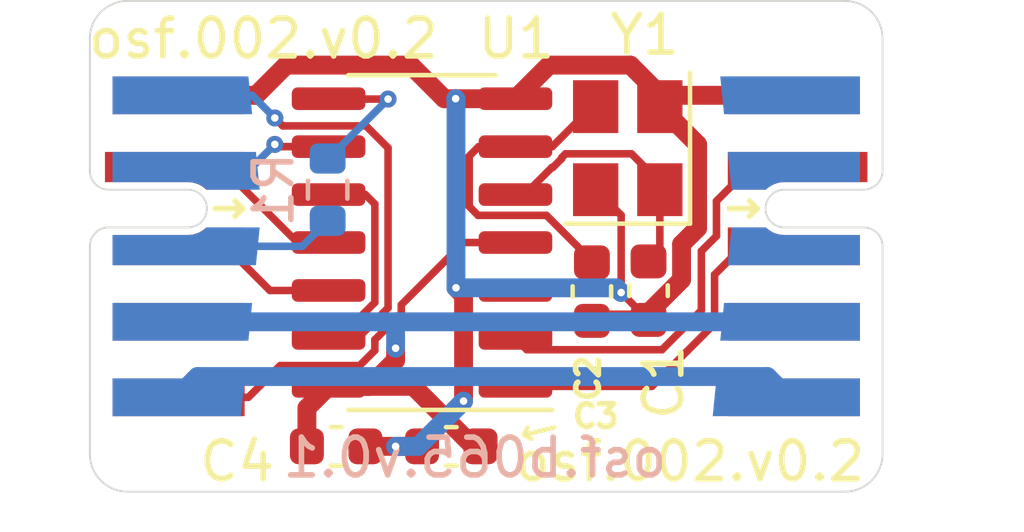
<source format=kicad_pcb>
(kicad_pcb (version 20171130) (host pcbnew "(5.1.10)-1")

  (general
    (thickness 1.6)
    (drawings 18)
    (tracks 127)
    (zones 0)
    (modules 9)
    (nets 16)
  )

  (page A4)
  (layers
    (0 F.Cu signal)
    (31 B.Cu signal)
    (32 B.Adhes user)
    (33 F.Adhes user)
    (34 B.Paste user)
    (35 F.Paste user)
    (36 B.SilkS user)
    (37 F.SilkS user)
    (38 B.Mask user)
    (39 F.Mask user)
    (40 Dwgs.User user)
    (41 Cmts.User user)
    (42 Eco1.User user)
    (43 Eco2.User user)
    (44 Edge.Cuts user)
    (45 Margin user)
    (46 B.CrtYd user)
    (47 F.CrtYd user)
    (48 B.Fab user)
    (49 F.Fab user)
  )

  (setup
    (last_trace_width 0.15)
    (user_trace_width 0.2)
    (user_trace_width 0.5)
    (trace_clearance 0.15)
    (zone_clearance 0.4)
    (zone_45_only no)
    (trace_min 0.15)
    (via_size 0.45)
    (via_drill 0.2)
    (via_min_size 0.45)
    (via_min_drill 0.2)
    (uvia_size 0.3)
    (uvia_drill 0.1)
    (uvias_allowed no)
    (uvia_min_size 0.2)
    (uvia_min_drill 0.1)
    (edge_width 0.05)
    (segment_width 0.2)
    (pcb_text_width 0.3)
    (pcb_text_size 1.5 1.5)
    (mod_edge_width 0.12)
    (mod_text_size 1 1)
    (mod_text_width 0.15)
    (pad_size 1.524 1.524)
    (pad_drill 0.762)
    (pad_to_mask_clearance 0.04)
    (solder_mask_min_width 0.1)
    (aux_axis_origin 0 0)
    (visible_elements 7FFFFFFF)
    (pcbplotparams
      (layerselection 0x010fc_ffffffff)
      (usegerberextensions false)
      (usegerberattributes false)
      (usegerberadvancedattributes false)
      (creategerberjobfile false)
      (excludeedgelayer true)
      (linewidth 0.100000)
      (plotframeref false)
      (viasonmask false)
      (mode 1)
      (useauxorigin false)
      (hpglpennumber 1)
      (hpglpenspeed 20)
      (hpglpendiameter 15.000000)
      (psnegative false)
      (psa4output false)
      (plotreference true)
      (plotvalue true)
      (plotinvisibletext false)
      (padsonsilk false)
      (subtractmaskfromsilk false)
      (outputformat 1)
      (mirror false)
      (drillshape 0)
      (scaleselection 1)
      (outputdirectory "gerber"))
  )

  (net 0 "")
  (net 1 GND)
  (net 2 "Net-(C1-Pad1)")
  (net 3 "Net-(C2-Pad1)")
  (net 4 +3V3)
  (net 5 /controller/CS)
  (net 6 /controller/MISO)
  (net 7 /controller/MOSI)
  (net 8 /controller/CLK)
  (net 9 /controller/INT0)
  (net 10 "Net-(R1-Pad1)")
  (net 11 /controller/INT)
  (net 12 /controller/CAN_TX)
  (net 13 /controller/CAN_RX)
  (net 14 /controller/INT1)
  (net 15 +5V)

  (net_class Default "This is the default net class."
    (clearance 0.15)
    (trace_width 0.15)
    (via_dia 0.45)
    (via_drill 0.2)
    (uvia_dia 0.3)
    (uvia_drill 0.1)
    (add_net +3V3)
    (add_net +5V)
    (add_net /controller/CAN_RX)
    (add_net /controller/CAN_TX)
    (add_net /controller/CLK)
    (add_net /controller/CS)
    (add_net /controller/INT)
    (add_net /controller/INT0)
    (add_net /controller/INT1)
    (add_net /controller/MISO)
    (add_net /controller/MOSI)
    (add_net GND)
    (add_net "Net-(C1-Pad1)")
    (add_net "Net-(C2-Pad1)")
    (add_net "Net-(R1-Pad1)")
  )

  (module Capacitor_SMD:C_0603_1608Metric (layer F.Cu) (tedit 5F68FEEE) (tstamp 617F0206)
    (at 83.525 85.8)
    (descr "Capacitor SMD 0603 (1608 Metric), square (rectangular) end terminal, IPC_7351 nominal, (Body size source: IPC-SM-782 page 76, https://www.pcb-3d.com/wordpress/wp-content/uploads/ipc-sm-782a_amendment_1_and_2.pdf), generated with kicad-footprint-generator")
    (tags capacitor)
    (path /61806B1A)
    (attr smd)
    (fp_text reference C4 (at -2.625 0.4) (layer F.SilkS)
      (effects (font (size 1 1) (thickness 0.15)))
    )
    (fp_text value 100nF (at 0 1.43) (layer F.Fab)
      (effects (font (size 1 1) (thickness 0.15)))
    )
    (fp_line (start 1.48 0.73) (end -1.48 0.73) (layer F.CrtYd) (width 0.05))
    (fp_line (start 1.48 -0.73) (end 1.48 0.73) (layer F.CrtYd) (width 0.05))
    (fp_line (start -1.48 -0.73) (end 1.48 -0.73) (layer F.CrtYd) (width 0.05))
    (fp_line (start -1.48 0.73) (end -1.48 -0.73) (layer F.CrtYd) (width 0.05))
    (fp_line (start -0.14058 0.51) (end 0.14058 0.51) (layer F.SilkS) (width 0.12))
    (fp_line (start -0.14058 -0.51) (end 0.14058 -0.51) (layer F.SilkS) (width 0.12))
    (fp_line (start 0.8 0.4) (end -0.8 0.4) (layer F.Fab) (width 0.1))
    (fp_line (start 0.8 -0.4) (end 0.8 0.4) (layer F.Fab) (width 0.1))
    (fp_line (start -0.8 -0.4) (end 0.8 -0.4) (layer F.Fab) (width 0.1))
    (fp_line (start -0.8 0.4) (end -0.8 -0.4) (layer F.Fab) (width 0.1))
    (fp_text user %R (at 0 0) (layer F.Fab)
      (effects (font (size 0.4 0.4) (thickness 0.06)))
    )
    (pad 2 smd roundrect (at 0.775 0) (size 0.9 0.95) (layers F.Cu F.Paste F.Mask) (roundrect_rratio 0.25)
      (net 1 GND))
    (pad 1 smd roundrect (at -0.775 0) (size 0.9 0.95) (layers F.Cu F.Paste F.Mask) (roundrect_rratio 0.25)
      (net 4 +3V3))
    (model ${KISYS3DMOD}/Capacitor_SMD.3dshapes/C_0603_1608Metric.wrl
      (at (xyz 0 0 0))
      (scale (xyz 1 1 1))
      (rotate (xyz 0 0 0))
    )
  )

  (module Capacitor_SMD:C_0603_1608Metric (layer F.Cu) (tedit 5F68FEEE) (tstamp 617F01F5)
    (at 86.575 85.8 180)
    (descr "Capacitor SMD 0603 (1608 Metric), square (rectangular) end terminal, IPC_7351 nominal, (Body size source: IPC-SM-782 page 76, https://www.pcb-3d.com/wordpress/wp-content/uploads/ipc-sm-782a_amendment_1_and_2.pdf), generated with kicad-footprint-generator")
    (tags capacitor)
    (path /61805A99)
    (attr smd)
    (fp_text reference C3 (at -3.825 0.8) (layer F.SilkS)
      (effects (font (size 0.6 0.6) (thickness 0.15)))
    )
    (fp_text value 1uF (at 0 1.43) (layer F.Fab)
      (effects (font (size 1 1) (thickness 0.15)))
    )
    (fp_line (start 1.48 0.73) (end -1.48 0.73) (layer F.CrtYd) (width 0.05))
    (fp_line (start 1.48 -0.73) (end 1.48 0.73) (layer F.CrtYd) (width 0.05))
    (fp_line (start -1.48 -0.73) (end 1.48 -0.73) (layer F.CrtYd) (width 0.05))
    (fp_line (start -1.48 0.73) (end -1.48 -0.73) (layer F.CrtYd) (width 0.05))
    (fp_line (start -0.14058 0.51) (end 0.14058 0.51) (layer F.SilkS) (width 0.12))
    (fp_line (start -0.14058 -0.51) (end 0.14058 -0.51) (layer F.SilkS) (width 0.12))
    (fp_line (start 0.8 0.4) (end -0.8 0.4) (layer F.Fab) (width 0.1))
    (fp_line (start 0.8 -0.4) (end 0.8 0.4) (layer F.Fab) (width 0.1))
    (fp_line (start -0.8 -0.4) (end 0.8 -0.4) (layer F.Fab) (width 0.1))
    (fp_line (start -0.8 0.4) (end -0.8 -0.4) (layer F.Fab) (width 0.1))
    (fp_text user %R (at 0 0) (layer F.Fab)
      (effects (font (size 0.4 0.4) (thickness 0.06)))
    )
    (pad 2 smd roundrect (at 0.775 0 180) (size 0.9 0.95) (layers F.Cu F.Paste F.Mask) (roundrect_rratio 0.25)
      (net 1 GND))
    (pad 1 smd roundrect (at -0.775 0 180) (size 0.9 0.95) (layers F.Cu F.Paste F.Mask) (roundrect_rratio 0.25)
      (net 4 +3V3))
    (model ${KISYS3DMOD}/Capacitor_SMD.3dshapes/C_0603_1608Metric.wrl
      (at (xyz 0 0 0))
      (scale (xyz 1 1 1))
      (rotate (xyz 0 0 0))
    )
  )

  (module Resistor_SMD:R_0603_1608Metric (layer B.Cu) (tedit 5F68FEEE) (tstamp 617EF40F)
    (at 83.3 79 270)
    (descr "Resistor SMD 0603 (1608 Metric), square (rectangular) end terminal, IPC_7351 nominal, (Body size source: IPC-SM-782 page 72, https://www.pcb-3d.com/wordpress/wp-content/uploads/ipc-sm-782a_amendment_1_and_2.pdf), generated with kicad-footprint-generator")
    (tags resistor)
    (path /617EFAFA/617F6D49)
    (attr smd)
    (fp_text reference R1 (at 0 1.43 90) (layer B.SilkS)
      (effects (font (size 1 1) (thickness 0.15)) (justify mirror))
    )
    (fp_text value 0R (at 0 -1.43 90) (layer B.Fab)
      (effects (font (size 1 1) (thickness 0.15)) (justify mirror))
    )
    (fp_line (start 1.48 -0.73) (end -1.48 -0.73) (layer B.CrtYd) (width 0.05))
    (fp_line (start 1.48 0.73) (end 1.48 -0.73) (layer B.CrtYd) (width 0.05))
    (fp_line (start -1.48 0.73) (end 1.48 0.73) (layer B.CrtYd) (width 0.05))
    (fp_line (start -1.48 -0.73) (end -1.48 0.73) (layer B.CrtYd) (width 0.05))
    (fp_line (start -0.237258 -0.5225) (end 0.237258 -0.5225) (layer B.SilkS) (width 0.12))
    (fp_line (start -0.237258 0.5225) (end 0.237258 0.5225) (layer B.SilkS) (width 0.12))
    (fp_line (start 0.8 -0.4125) (end -0.8 -0.4125) (layer B.Fab) (width 0.1))
    (fp_line (start 0.8 0.4125) (end 0.8 -0.4125) (layer B.Fab) (width 0.1))
    (fp_line (start -0.8 0.4125) (end 0.8 0.4125) (layer B.Fab) (width 0.1))
    (fp_line (start -0.8 -0.4125) (end -0.8 0.4125) (layer B.Fab) (width 0.1))
    (fp_text user %R (at 0 0 90) (layer B.Fab)
      (effects (font (size 0.4 0.4) (thickness 0.06)) (justify mirror))
    )
    (pad 2 smd roundrect (at 0.825 0 270) (size 0.8 0.95) (layers B.Cu B.Paste B.Mask) (roundrect_rratio 0.25)
      (net 14 /controller/INT1))
    (pad 1 smd roundrect (at -0.825 0 270) (size 0.8 0.95) (layers B.Cu B.Paste B.Mask) (roundrect_rratio 0.25)
      (net 10 "Net-(R1-Pad1)"))
    (model ${KISYS3DMOD}/Resistor_SMD.3dshapes/R_0603_1608Metric.wrl
      (at (xyz 0 0 0))
      (scale (xyz 1 1 1))
      (rotate (xyz 0 0 0))
    )
  )

  (module on_edge:on_edge_2x05_host (layer F.Cu) (tedit 607DF692) (tstamp 617EF3FE)
    (at 98 80.5 270)
    (path /617ED06B)
    (attr virtual)
    (fp_text reference J2 (at 0.05 -3.2 180 unlocked) (layer F.Fab)
      (effects (font (size 0.5 0.5) (thickness 0.125)))
    )
    (fp_text value 012_CAN (at -1.2 -2 90) (layer F.Fab)
      (effects (font (size 1 1) (thickness 0.15)))
    )
    (fp_line (start -1 4.05) (end -1 3.323) (layer F.SilkS) (width 0.153))
    (fp_line (start -0.8 3.523) (end -1 3.323) (layer F.SilkS) (width 0.153))
    (fp_line (start -1 3.323) (end -1.2 3.523) (layer F.SilkS) (width 0.153))
    (fp_line (start -1.5 0.5) (end -1.5 2.6) (layer Edge.Cuts) (width 0.05))
    (fp_line (start -0.5 2.6) (end -0.5 0.5) (layer Edge.Cuts) (width 0.05))
    (fp_line (start -4 0) (end -2 0) (layer Edge.Cuts) (width 0.05))
    (fp_line (start 0 0) (end 4 0) (layer Edge.Cuts) (width 0.05))
    (fp_line (start -5 5) (end 5 5) (layer F.CrtYd) (width 0.05))
    (fp_line (start 5 5) (end 5 -0.5) (layer F.CrtYd) (width 0.05))
    (fp_line (start 5 -0.5) (end -5 -0.5) (layer F.CrtYd) (width 0.05))
    (fp_line (start -5 -0.5) (end -5 5) (layer F.CrtYd) (width 0.05))
    (fp_line (start 5 5) (end -5 5) (layer B.CrtYd) (width 0.05))
    (fp_line (start -5 5) (end -5 -0.5) (layer B.CrtYd) (width 0.05))
    (fp_line (start -5 -0.5) (end 5 -0.5) (layer B.CrtYd) (width 0.05))
    (fp_line (start 5 -0.5) (end 5 5) (layer B.CrtYd) (width 0.05))
    (fp_arc (start 0 0.5) (end 0 0) (angle -90) (layer Edge.Cuts) (width 0.05))
    (fp_arc (start -2 0.5) (end -1.5 0.5) (angle -90) (layer Edge.Cuts) (width 0.05))
    (fp_arc (start -1 2.6) (end -1.5 2.6) (angle -180) (layer Edge.Cuts) (width 0.05))
    (pad 2 smd custom (at -2 3.6 270) (size 1 1) (layers F.Cu F.Mask)
      (net 12 /controller/CAN_TX) (zone_connect 0)
      (options (clearance outline) (anchor rect))
      (primitives
        (gr_poly (pts
           (xy 0.3 -0.99) (xy 0.31 -0.88) (xy 0.33 -0.8) (xy 0.35 -0.74) (xy 0.37 -0.69)
           (xy 0.4 -0.64) (xy 0.44 -0.58) (xy 0.48 -0.53) (xy 0.5 -0.51) (xy 0.5 0.5)
           (xy -0.5 0.5) (xy -0.5 -3.2) (xy 0.3 -3.2)) (width 0))
      ))
    (pad 3 smd custom (at 0 3.6 270) (size 1 1) (layers F.Cu F.Mask)
      (net 13 /controller/CAN_RX) (zone_connect 0)
      (options (clearance outline) (anchor rect))
      (primitives
        (gr_poly (pts
           (xy -0.3 -0.99) (xy -0.31 -0.88) (xy -0.33 -0.8) (xy -0.35 -0.74) (xy -0.37 -0.69)
           (xy -0.4 -0.64) (xy -0.44 -0.58) (xy -0.48 -0.53) (xy -0.5 -0.51) (xy -0.5 0.5)
           (xy 0.5 0.5) (xy 0.5 -3) (xy -0.3 -3)) (width 0))
      ))
    (pad 8 smd custom (at 0 2.1 90) (size 0.4 0.4) (layers B.Cu B.Mask)
      (zone_connect 0)
      (options (clearance outline) (anchor rect))
      (primitives
        (gr_poly (pts
           (xy 0.3 -0.51) (xy 0.31 -0.62) (xy 0.33 -0.7) (xy 0.35 -0.76) (xy 0.37 -0.81)
           (xy 0.4 -0.86) (xy 0.44 -0.92) (xy 0.48 -0.97) (xy 0.5 -0.99) (xy 0.5 -1.9)
           (xy -0.5 -2) (xy -0.5 1.5) (xy 0.3 1.5)) (width 0))
      ))
    (pad 7 smd custom (at -2 2.1 90) (size 0.4 0.4) (layers B.Cu B.Mask)
      (zone_connect 0)
      (options (clearance outline) (anchor rect))
      (primitives
        (gr_poly (pts
           (xy -0.3 -0.51) (xy -0.31 -0.62) (xy -0.33 -0.7) (xy -0.35 -0.76) (xy -0.37 -0.81)
           (xy -0.4 -0.86) (xy -0.44 -0.92) (xy -0.48 -0.97) (xy -0.5 -0.99) (xy -0.5 -1.9)
           (xy 0.5 -2) (xy 0.5 1.5) (xy -0.3 1.5)) (width 0))
      ))
    (pad 4 smd rect (at 2 2.35 270) (size 1 3.5) (layers F.Cu F.Mask)
      (zone_connect 0))
    (pad 10 smd custom (at 4 2.5 90) (size 1 3.8) (layers B.Cu B.Mask)
      (net 15 +5V) (zone_connect 0)
      (options (clearance outline) (anchor rect))
      (primitives
        (gr_poly (pts
           (xy 0.5 -1.9) (xy -0.5 -2) (xy -0.5 -1.9)) (width 0))
      ))
    (pad 9 smd custom (at 2 2.4 90) (size 1 3.6) (layers B.Cu B.Mask)
      (net 4 +3V3) (zone_connect 0)
      (options (clearance outline) (anchor rect))
      (primitives
        (gr_poly (pts
           (xy 0.5 -1.8) (xy -0.5 -1.9) (xy -0.5 -1.8)) (width 0))
      ))
    (pad 6 smd custom (at -4 2.4 90) (size 1 3.6) (layers B.Cu B.Mask)
      (zone_connect 0)
      (options (clearance outline) (anchor rect))
      (primitives
        (gr_poly (pts
           (xy 0.5 -1.8) (xy 0.5 -1.9) (xy -0.5 -1.8)) (width 0))
      ))
    (pad 5 smd rect (at 4 2.35 270) (size 1 3.5) (layers F.Cu F.Mask)
      (zone_connect 0))
    (pad 1 smd rect (at -4 2.35 270) (size 1 3.5) (layers F.Cu F.Mask)
      (net 1 GND) (zone_connect 0))
  )

  (module on_edge:on_edge_2x05_device (layer F.Cu) (tedit 607DF540) (tstamp 617EF3DE)
    (at 77 80.5 270)
    (path /617EAC36)
    (attr virtual)
    (fp_text reference J1 (at 0 1.2 270 unlocked) (layer F.Fab)
      (effects (font (size 0.5 0.5) (thickness 0.05)))
    )
    (fp_text value 002_SPI (at 0 2 270 unlocked) (layer F.Fab)
      (effects (font (size 0.5 0.5) (thickness 0.05)))
    )
    (fp_line (start 5 0.5) (end 5 -5) (layer B.CrtYd) (width 0.05))
    (fp_line (start -5 0.5) (end 5 0.5) (layer B.CrtYd) (width 0.05))
    (fp_line (start -5 -5) (end -5 0.5) (layer B.CrtYd) (width 0.05))
    (fp_line (start 5 -5) (end -5 -5) (layer B.CrtYd) (width 0.05))
    (fp_line (start -5 0.5) (end -5 -5) (layer F.CrtYd) (width 0.05))
    (fp_line (start 5 0.5) (end -5 0.5) (layer F.CrtYd) (width 0.05))
    (fp_line (start 5 -5) (end 5 0.5) (layer F.CrtYd) (width 0.05))
    (fp_line (start -5 -5) (end 5 -5) (layer F.CrtYd) (width 0.05))
    (fp_line (start 0 0) (end 4 0) (layer Edge.Cuts) (width 0.05))
    (fp_line (start -4 0) (end -2 0) (layer Edge.Cuts) (width 0.05))
    (fp_line (start -1 -4.05) (end -1 -3.323) (layer F.SilkS) (width 0.153))
    (fp_line (start -1 -4.05) (end -0.8 -3.85) (layer F.SilkS) (width 0.153))
    (fp_line (start -1.2 -3.85) (end -1 -4.05) (layer F.SilkS) (width 0.153))
    (fp_line (start -0.5 -0.5) (end -0.5 -2.6) (layer Edge.Cuts) (width 0.05))
    (fp_line (start -1.5 -2.6) (end -1.5 -0.5) (layer Edge.Cuts) (width 0.05))
    (fp_arc (start -2 -0.5) (end -2 0) (angle -90) (layer Edge.Cuts) (width 0.05))
    (fp_arc (start 0 -0.5) (end -0.5 -0.5) (angle -90) (layer Edge.Cuts) (width 0.05))
    (fp_arc (start -1 -2.6) (end -0.5 -2.6) (angle -180) (layer Edge.Cuts) (width 0.05))
    (pad 2 smd custom (at -2 -3.6 270) (size 1 1) (layers F.Cu F.Mask)
      (net 7 /controller/MOSI) (zone_connect 0)
      (options (clearance outline) (anchor rect))
      (primitives
        (gr_poly (pts
           (xy 0.3 1) (xy 0.31 0.89) (xy 0.33 0.81) (xy 0.35 0.75) (xy 0.37 0.7)
           (xy 0.4 0.65) (xy 0.44 0.59) (xy 0.48 0.54) (xy 0.5 0.52) (xy 0.5 -0.5)
           (xy -0.5 -0.5) (xy -0.5 3.2) (xy 0.3 3.2)) (width 0))
      ))
    (pad 3 smd custom (at 0 -3.6 270) (size 1 1) (layers F.Cu F.Mask)
      (net 6 /controller/MISO) (zone_connect 0)
      (options (clearance outline) (anchor rect))
      (primitives
        (gr_poly (pts
           (xy -0.3 1) (xy -0.31 0.89) (xy -0.33 0.81) (xy -0.35 0.75) (xy -0.37 0.7)
           (xy -0.4 0.65) (xy -0.44 0.59) (xy -0.48 0.54) (xy -0.5 0.52) (xy -0.5 -0.5)
           (xy 0.5 -0.5) (xy 0.5 3) (xy -0.3 3)) (width 0))
      ))
    (pad 8 smd custom (at 0 -2.1 270) (size 0.4 0.4) (layers B.Cu B.Mask)
      (net 14 /controller/INT1) (zone_connect 0)
      (options (clearance outline) (anchor rect))
      (primitives
        (gr_poly (pts
           (xy -0.3 -0.51) (xy -0.31 -0.62) (xy -0.33 -0.7) (xy -0.35 -0.76) (xy -0.37 -0.81)
           (xy -0.4 -0.86) (xy -0.44 -0.92) (xy -0.48 -0.97) (xy -0.5 -0.99) (xy -0.5 -2.4)
           (xy 0.5 -2.3) (xy 0.5 1.5) (xy -0.3 1.5)) (width 0))
      ))
    (pad 7 smd custom (at -2 -2.1 270) (size 0.4 0.4) (layers B.Cu B.Mask)
      (net 9 /controller/INT0) (zone_connect 0)
      (options (clearance outline) (anchor rect))
      (primitives
        (gr_poly (pts
           (xy 0.3 -0.51) (xy 0.31 -0.62) (xy 0.33 -0.7) (xy 0.35 -0.76) (xy 0.37 -0.81)
           (xy 0.4 -0.86) (xy 0.44 -0.92) (xy 0.48 -0.97) (xy 0.5 -0.99) (xy 0.5 -2.4)
           (xy -0.5 -2.3) (xy -0.5 1.5) (xy 0.3 1.5)) (width 0))
      ))
    (pad 10 smd custom (at 4 -2.3 270) (size 1 3.4) (layers B.Cu B.Mask)
      (net 15 +5V) (zone_connect 0)
      (options (clearance outline) (anchor rect))
      (primitives
        (gr_poly (pts
           (xy -0.5 -1.7) (xy -0.5 -1.8) (xy 0.5 -1.7)) (width 0))
      ))
    (pad 9 smd custom (at 2 -2.4 270) (size 1 3.6) (layers B.Cu B.Mask)
      (net 4 +3V3) (zone_connect 0)
      (options (clearance outline) (anchor rect))
      (primitives
        (gr_poly (pts
           (xy -0.5 -1.8) (xy -0.5 -1.9) (xy 0.5 -1.8)) (width 0))
      ))
    (pad 6 smd custom (at -4 -2.4 270) (size 1 3.6) (layers B.Cu B.Mask)
      (net 5 /controller/CS) (zone_connect 0)
      (options (clearance outline) (anchor rect))
      (primitives
        (gr_poly (pts
           (xy 0.5 -1.8) (xy 0.5 -1.9) (xy -0.5 -1.8)) (width 0))
      ))
    (pad 5 smd rect (at 4 -2.35 90) (size 1 3.5) (layers F.Cu F.Mask)
      (net 11 /controller/INT) (zone_connect 0))
    (pad 1 smd rect (at -4 -2.35 90) (size 1 3.5) (layers F.Cu F.Mask)
      (net 1 GND) (zone_connect 0))
    (pad 4 smd rect (at 2 -2.35 90) (size 1 3.5) (layers F.Cu F.Mask)
      (net 8 /controller/CLK) (zone_connect 0))
  )

  (module Crystal:Crystal_SMD_Abracon_ABM8G-4Pin_3.2x2.5mm (layer F.Cu) (tedit 5A0FD1B2) (tstamp 617EF101)
    (at 91.25 77.9 90)
    (descr "Abracon Miniature Ceramic Smd Crystal ABM8G http://www.abracon.com/Resonators/ABM8G.pdf, 3.2x2.5mm^2 package")
    (tags "SMD SMT crystal")
    (path /617EFAFA/617FBD53)
    (attr smd)
    (fp_text reference Y1 (at 3 0.45) (layer F.SilkS)
      (effects (font (size 1 1) (thickness 0.15)))
    )
    (fp_text value 20MhZ (at 0 2.45 90) (layer F.Fab)
      (effects (font (size 1 1) (thickness 0.15)))
    )
    (fp_line (start 2.1 -1.7) (end -2.1 -1.7) (layer F.CrtYd) (width 0.05))
    (fp_line (start 2.1 1.7) (end 2.1 -1.7) (layer F.CrtYd) (width 0.05))
    (fp_line (start -2.1 1.7) (end 2.1 1.7) (layer F.CrtYd) (width 0.05))
    (fp_line (start -2.1 -1.7) (end -2.1 1.7) (layer F.CrtYd) (width 0.05))
    (fp_line (start -2 1.65) (end 2 1.65) (layer F.SilkS) (width 0.12))
    (fp_line (start -2 -1.65) (end -2 1.65) (layer F.SilkS) (width 0.12))
    (fp_line (start -1.6 0.25) (end -0.6 1.25) (layer F.Fab) (width 0.1))
    (fp_line (start -1.6 -1.05) (end -1.4 -1.25) (layer F.Fab) (width 0.1))
    (fp_line (start -1.6 1.05) (end -1.6 -1.05) (layer F.Fab) (width 0.1))
    (fp_line (start -1.4 1.25) (end -1.6 1.05) (layer F.Fab) (width 0.1))
    (fp_line (start 1.4 1.25) (end -1.4 1.25) (layer F.Fab) (width 0.1))
    (fp_line (start 1.6 1.05) (end 1.4 1.25) (layer F.Fab) (width 0.1))
    (fp_line (start 1.6 -1.05) (end 1.6 1.05) (layer F.Fab) (width 0.1))
    (fp_line (start 1.4 -1.25) (end 1.6 -1.05) (layer F.Fab) (width 0.1))
    (fp_line (start -1.4 -1.25) (end 1.4 -1.25) (layer F.Fab) (width 0.1))
    (fp_text user %R (at 0 0 90) (layer F.Fab)
      (effects (font (size 0.7 0.7) (thickness 0.105)))
    )
    (pad 4 smd rect (at -1.1 -0.85 90) (size 1.4 1.2) (layers F.Cu F.Paste F.Mask)
      (net 1 GND))
    (pad 3 smd rect (at 1.1 -0.85 90) (size 1.4 1.2) (layers F.Cu F.Paste F.Mask)
      (net 3 "Net-(C2-Pad1)"))
    (pad 2 smd rect (at 1.1 0.85 90) (size 1.4 1.2) (layers F.Cu F.Paste F.Mask)
      (net 1 GND))
    (pad 1 smd rect (at -1.1 0.85 90) (size 1.4 1.2) (layers F.Cu F.Paste F.Mask)
      (net 2 "Net-(C1-Pad1)"))
    (model ${KISYS3DMOD}/Crystal.3dshapes/Crystal_SMD_Abracon_ABM8G-4Pin_3.2x2.5mm.wrl
      (at (xyz 0 0 0))
      (scale (xyz 1 1 1))
      (rotate (xyz 0 0 0))
    )
  )

  (module Package_SO:SOIC-14_3.9x8.7mm_P1.27mm (layer F.Cu) (tedit 5D9F72B1) (tstamp 617EF0E9)
    (at 85.8 80.4 180)
    (descr "SOIC, 14 Pin (JEDEC MS-012AB, https://www.analog.com/media/en/package-pcb-resources/package/pkg_pdf/soic_narrow-r/r_14.pdf), generated with kicad-footprint-generator ipc_gullwing_generator.py")
    (tags "SOIC SO")
    (path /617EFAFA/617F7715)
    (attr smd)
    (fp_text reference U1 (at -2.5 5.4) (layer F.SilkS)
      (effects (font (size 1 1) (thickness 0.15)))
    )
    (fp_text value MCP2517FD-xSL (at 0 5.28) (layer F.Fab)
      (effects (font (size 1 1) (thickness 0.15)))
    )
    (fp_line (start 3.7 -4.58) (end -3.7 -4.58) (layer F.CrtYd) (width 0.05))
    (fp_line (start 3.7 4.58) (end 3.7 -4.58) (layer F.CrtYd) (width 0.05))
    (fp_line (start -3.7 4.58) (end 3.7 4.58) (layer F.CrtYd) (width 0.05))
    (fp_line (start -3.7 -4.58) (end -3.7 4.58) (layer F.CrtYd) (width 0.05))
    (fp_line (start -1.95 -3.35) (end -0.975 -4.325) (layer F.Fab) (width 0.1))
    (fp_line (start -1.95 4.325) (end -1.95 -3.35) (layer F.Fab) (width 0.1))
    (fp_line (start 1.95 4.325) (end -1.95 4.325) (layer F.Fab) (width 0.1))
    (fp_line (start 1.95 -4.325) (end 1.95 4.325) (layer F.Fab) (width 0.1))
    (fp_line (start -0.975 -4.325) (end 1.95 -4.325) (layer F.Fab) (width 0.1))
    (fp_line (start 0 -4.435) (end -3.45 -4.435) (layer F.SilkS) (width 0.12))
    (fp_line (start 0 -4.435) (end 1.95 -4.435) (layer F.SilkS) (width 0.12))
    (fp_line (start 0 4.435) (end -1.95 4.435) (layer F.SilkS) (width 0.12))
    (fp_line (start 0 4.435) (end 1.95 4.435) (layer F.SilkS) (width 0.12))
    (fp_text user %R (at 0 0) (layer F.Fab)
      (effects (font (size 0.98 0.98) (thickness 0.15)))
    )
    (pad 14 smd roundrect (at 2.475 -3.81 180) (size 1.95 0.6) (layers F.Cu F.Paste F.Mask) (roundrect_rratio 0.25)
      (net 4 +3V3))
    (pad 13 smd roundrect (at 2.475 -2.54 180) (size 1.95 0.6) (layers F.Cu F.Paste F.Mask) (roundrect_rratio 0.25)
      (net 5 /controller/CS))
    (pad 12 smd roundrect (at 2.475 -1.27 180) (size 1.95 0.6) (layers F.Cu F.Paste F.Mask) (roundrect_rratio 0.25)
      (net 6 /controller/MISO))
    (pad 11 smd roundrect (at 2.475 0 180) (size 1.95 0.6) (layers F.Cu F.Paste F.Mask) (roundrect_rratio 0.25)
      (net 7 /controller/MOSI))
    (pad 10 smd roundrect (at 2.475 1.27 180) (size 1.95 0.6) (layers F.Cu F.Paste F.Mask) (roundrect_rratio 0.25)
      (net 8 /controller/CLK))
    (pad 9 smd roundrect (at 2.475 2.54 180) (size 1.95 0.6) (layers F.Cu F.Paste F.Mask) (roundrect_rratio 0.25)
      (net 9 /controller/INT0))
    (pad 8 smd roundrect (at 2.475 3.81 180) (size 1.95 0.6) (layers F.Cu F.Paste F.Mask) (roundrect_rratio 0.25)
      (net 10 "Net-(R1-Pad1)"))
    (pad 7 smd roundrect (at -2.475 3.81 180) (size 1.95 0.6) (layers F.Cu F.Paste F.Mask) (roundrect_rratio 0.25)
      (net 1 GND))
    (pad 6 smd roundrect (at -2.475 2.54 180) (size 1.95 0.6) (layers F.Cu F.Paste F.Mask) (roundrect_rratio 0.25)
      (net 3 "Net-(C2-Pad1)"))
    (pad 5 smd roundrect (at -2.475 1.27 180) (size 1.95 0.6) (layers F.Cu F.Paste F.Mask) (roundrect_rratio 0.25)
      (net 2 "Net-(C1-Pad1)"))
    (pad 4 smd roundrect (at -2.475 0 180) (size 1.95 0.6) (layers F.Cu F.Paste F.Mask) (roundrect_rratio 0.25)
      (net 11 /controller/INT))
    (pad 3 smd roundrect (at -2.475 -1.27 180) (size 1.95 0.6) (layers F.Cu F.Paste F.Mask) (roundrect_rratio 0.25))
    (pad 2 smd roundrect (at -2.475 -2.54 180) (size 1.95 0.6) (layers F.Cu F.Paste F.Mask) (roundrect_rratio 0.25)
      (net 12 /controller/CAN_TX))
    (pad 1 smd roundrect (at -2.475 -3.81 180) (size 1.95 0.6) (layers F.Cu F.Paste F.Mask) (roundrect_rratio 0.25)
      (net 13 /controller/CAN_RX))
    (model ${KISYS3DMOD}/Package_SO.3dshapes/SOIC-14_3.9x8.7mm_P1.27mm.wrl
      (at (xyz 0 0 0))
      (scale (xyz 1 1 1))
      (rotate (xyz 0 0 0))
    )
  )

  (module Capacitor_SMD:C_0603_1608Metric (layer F.Cu) (tedit 5F68FEEE) (tstamp 617EF0C9)
    (at 90.3 81.7 270)
    (descr "Capacitor SMD 0603 (1608 Metric), square (rectangular) end terminal, IPC_7351 nominal, (Body size source: IPC-SM-782 page 76, https://www.pcb-3d.com/wordpress/wp-content/uploads/ipc-sm-782a_amendment_1_and_2.pdf), generated with kicad-footprint-generator")
    (tags capacitor)
    (path /617EFAFA/617FE3B4)
    (attr smd)
    (fp_text reference C2 (at 2.3 0.1 90) (layer F.SilkS)
      (effects (font (size 0.6 0.6) (thickness 0.15)))
    )
    (fp_text value 22pF (at 0 1.43 90) (layer F.Fab)
      (effects (font (size 1 1) (thickness 0.15)))
    )
    (fp_line (start 1.48 0.73) (end -1.48 0.73) (layer F.CrtYd) (width 0.05))
    (fp_line (start 1.48 -0.73) (end 1.48 0.73) (layer F.CrtYd) (width 0.05))
    (fp_line (start -1.48 -0.73) (end 1.48 -0.73) (layer F.CrtYd) (width 0.05))
    (fp_line (start -1.48 0.73) (end -1.48 -0.73) (layer F.CrtYd) (width 0.05))
    (fp_line (start -0.14058 0.51) (end 0.14058 0.51) (layer F.SilkS) (width 0.12))
    (fp_line (start -0.14058 -0.51) (end 0.14058 -0.51) (layer F.SilkS) (width 0.12))
    (fp_line (start 0.8 0.4) (end -0.8 0.4) (layer F.Fab) (width 0.1))
    (fp_line (start 0.8 -0.4) (end 0.8 0.4) (layer F.Fab) (width 0.1))
    (fp_line (start -0.8 -0.4) (end 0.8 -0.4) (layer F.Fab) (width 0.1))
    (fp_line (start -0.8 0.4) (end -0.8 -0.4) (layer F.Fab) (width 0.1))
    (fp_text user %R (at 0 0 90) (layer F.Fab)
      (effects (font (size 0.4 0.4) (thickness 0.06)))
    )
    (pad 2 smd roundrect (at 0.775 0 270) (size 0.9 0.95) (layers F.Cu F.Paste F.Mask) (roundrect_rratio 0.25)
      (net 1 GND))
    (pad 1 smd roundrect (at -0.775 0 270) (size 0.9 0.95) (layers F.Cu F.Paste F.Mask) (roundrect_rratio 0.25)
      (net 3 "Net-(C2-Pad1)"))
    (model ${KISYS3DMOD}/Capacitor_SMD.3dshapes/C_0603_1608Metric.wrl
      (at (xyz 0 0 0))
      (scale (xyz 1 1 1))
      (rotate (xyz 0 0 0))
    )
  )

  (module Capacitor_SMD:C_0603_1608Metric (layer F.Cu) (tedit 5F68FEEE) (tstamp 617EF0B8)
    (at 91.8 81.675 270)
    (descr "Capacitor SMD 0603 (1608 Metric), square (rectangular) end terminal, IPC_7351 nominal, (Body size source: IPC-SM-782 page 76, https://www.pcb-3d.com/wordpress/wp-content/uploads/ipc-sm-782a_amendment_1_and_2.pdf), generated with kicad-footprint-generator")
    (tags capacitor)
    (path /617EFAFA/617FD9D7)
    (attr smd)
    (fp_text reference C1 (at 2.425 -0.4 90) (layer F.SilkS)
      (effects (font (size 1 1) (thickness 0.15)))
    )
    (fp_text value 22pF (at 0 1.43 90) (layer F.Fab)
      (effects (font (size 1 1) (thickness 0.15)))
    )
    (fp_line (start 1.48 0.73) (end -1.48 0.73) (layer F.CrtYd) (width 0.05))
    (fp_line (start 1.48 -0.73) (end 1.48 0.73) (layer F.CrtYd) (width 0.05))
    (fp_line (start -1.48 -0.73) (end 1.48 -0.73) (layer F.CrtYd) (width 0.05))
    (fp_line (start -1.48 0.73) (end -1.48 -0.73) (layer F.CrtYd) (width 0.05))
    (fp_line (start -0.14058 0.51) (end 0.14058 0.51) (layer F.SilkS) (width 0.12))
    (fp_line (start -0.14058 -0.51) (end 0.14058 -0.51) (layer F.SilkS) (width 0.12))
    (fp_line (start 0.8 0.4) (end -0.8 0.4) (layer F.Fab) (width 0.1))
    (fp_line (start 0.8 -0.4) (end 0.8 0.4) (layer F.Fab) (width 0.1))
    (fp_line (start -0.8 -0.4) (end 0.8 -0.4) (layer F.Fab) (width 0.1))
    (fp_line (start -0.8 0.4) (end -0.8 -0.4) (layer F.Fab) (width 0.1))
    (fp_text user %R (at 0 0 90) (layer F.Fab)
      (effects (font (size 0.4 0.4) (thickness 0.06)))
    )
    (pad 2 smd roundrect (at 0.775 0 270) (size 0.9 0.95) (layers F.Cu F.Paste F.Mask) (roundrect_rratio 0.25)
      (net 1 GND))
    (pad 1 smd roundrect (at -0.775 0 270) (size 0.9 0.95) (layers F.Cu F.Paste F.Mask) (roundrect_rratio 0.25)
      (net 2 "Net-(C1-Pad1)"))
    (model ${KISYS3DMOD}/Capacitor_SMD.3dshapes/C_0603_1608Metric.wrl
      (at (xyz 0 0 0))
      (scale (xyz 1 1 1))
      (rotate (xyz 0 0 0))
    )
  )

  (gr_line (start 88.5 85.5) (end 88.7 85.6) (layer F.SilkS) (width 0.12) (tstamp 6182A16B))
  (gr_line (start 88.7 85.6) (end 88.5 85.5) (layer F.SilkS) (width 0.12) (tstamp 6182A16A))
  (gr_line (start 88.6 85.3) (end 88.5 85.5) (layer F.SilkS) (width 0.12) (tstamp 6182A169))
  (gr_line (start 88.5 85.5) (end 88.6 85.3) (layer F.SilkS) (width 0.12))
  (gr_line (start 89.3 85.3) (end 88.5 85.5) (layer F.SilkS) (width 0.12))
  (gr_text osf.002.v0.2 (at 92.9 86.2) (layer F.SilkS) (tstamp 60A15077)
    (effects (font (size 1 1) (thickness 0.15)))
  )
  (gr_text osf.002.v0.2 (at 81.6 75) (layer F.SilkS)
    (effects (font (size 1 1) (thickness 0.15)))
  )
  (gr_text osf.b065.v0.1 (at 87.2 86.1) (layer B.SilkS)
    (effects (font (size 1 1) (thickness 0.15)) (justify mirror))
  )
  (gr_line (start 77 76.5) (end 77 75) (layer Edge.Cuts) (width 0.05) (tstamp 609CF599))
  (gr_line (start 98 76.5) (end 98 75) (layer Edge.Cuts) (width 0.05) (tstamp 6083D7CB))
  (gr_line (start 98 86) (end 98 84.5) (layer Edge.Cuts) (width 0.05))
  (gr_line (start 78 74) (end 97 74) (layer Edge.Cuts) (width 0.05) (tstamp 6083D74D))
  (gr_line (start 77 86) (end 77 84.5) (layer Edge.Cuts) (width 0.05) (tstamp 6083704E))
  (gr_line (start 97 87) (end 78 87) (layer Edge.Cuts) (width 0.05) (tstamp 6083704D))
  (gr_arc (start 78 86) (end 77 86) (angle -90) (layer Edge.Cuts) (width 0.05))
  (gr_arc (start 97 86) (end 97 87) (angle -90) (layer Edge.Cuts) (width 0.05))
  (gr_arc (start 78 75) (end 78 74) (angle -90) (layer Edge.Cuts) (width 0.05))
  (gr_arc (start 97 75) (end 98 75) (angle -90) (layer Edge.Cuts) (width 0.05))

  (segment (start 91.07499 81.72499) (end 91.07499 79.67499) (width 0.2) (layer F.Cu) (net 1))
  (segment (start 91.8 82.45) (end 91.07499 81.72499) (width 0.2) (layer F.Cu) (net 1))
  (segment (start 91.07499 79.67499) (end 90.4 79) (width 0.2) (layer F.Cu) (net 1))
  (segment (start 86.39 76.59) (end 85.5 75.7) (width 0.5) (layer F.Cu) (net 1))
  (segment (start 85.5 75.7) (end 82.2 75.7) (width 0.5) (layer F.Cu) (net 1))
  (segment (start 81.4 76.5) (end 79.35 76.5) (width 0.5) (layer F.Cu) (net 1))
  (segment (start 82.2 75.7) (end 81.4 76.5) (width 0.5) (layer F.Cu) (net 1))
  (segment (start 92.1 76.479998) (end 92.1 76.8) (width 0.5) (layer F.Cu) (net 1))
  (segment (start 91.320001 75.699999) (end 92.1 76.479998) (width 0.5) (layer F.Cu) (net 1))
  (segment (start 89.165001 75.699999) (end 91.320001 75.699999) (width 0.5) (layer F.Cu) (net 1))
  (segment (start 88.275 76.59) (end 89.165001 75.699999) (width 0.5) (layer F.Cu) (net 1))
  (segment (start 92.4 76.5) (end 92.1 76.8) (width 0.5) (layer F.Cu) (net 1))
  (segment (start 95.65 76.5) (end 92.4 76.5) (width 0.5) (layer F.Cu) (net 1))
  (segment (start 93.100001 77.800001) (end 92.1 76.8) (width 0.5) (layer F.Cu) (net 1))
  (segment (start 93.100001 80.020001) (end 93.100001 77.800001) (width 0.5) (layer F.Cu) (net 1))
  (segment (start 92.67501 80.444992) (end 93.100001 80.020001) (width 0.5) (layer F.Cu) (net 1))
  (segment (start 92.67501 81.38389) (end 92.67501 80.444992) (width 0.5) (layer F.Cu) (net 1))
  (segment (start 91.8 82.2589) (end 92.67501 81.38389) (width 0.5) (layer F.Cu) (net 1))
  (segment (start 91.8 82.45) (end 91.8 82.2589) (width 0.5) (layer F.Cu) (net 1))
  (segment (start 90.325 82.45) (end 90.3 82.475) (width 0.5) (layer F.Cu) (net 1))
  (segment (start 91.8 82.45) (end 90.325 82.45) (width 0.5) (layer F.Cu) (net 1))
  (via (at 85.1 85.8) (size 0.45) (drill 0.2) (layers F.Cu B.Cu) (net 1))
  (segment (start 85.8 85.8) (end 85.1 85.8) (width 0.5) (layer F.Cu) (net 1))
  (via (at 86.9 84.6) (size 0.45) (drill 0.2) (layers F.Cu B.Cu) (net 1))
  (segment (start 85.7 85.8) (end 86.9 84.6) (width 0.5) (layer B.Cu) (net 1))
  (segment (start 85.1 85.8) (end 85.7 85.8) (width 0.5) (layer B.Cu) (net 1))
  (via (at 86.7 81.6) (size 0.45) (drill 0.2) (layers F.Cu B.Cu) (net 1))
  (segment (start 86.9 81.8) (end 86.7 81.6) (width 0.5) (layer F.Cu) (net 1))
  (segment (start 86.9 84.6) (end 86.9 81.8) (width 0.5) (layer F.Cu) (net 1))
  (via (at 91.07499 81.72499) (size 0.45) (drill 0.2) (layers F.Cu B.Cu) (net 1))
  (segment (start 90.95 81.6) (end 91.07499 81.72499) (width 0.5) (layer B.Cu) (net 1))
  (segment (start 86.7 81.6) (end 90.95 81.6) (width 0.5) (layer B.Cu) (net 1))
  (via (at 86.69 76.59) (size 0.45) (drill 0.2) (layers F.Cu B.Cu) (net 1))
  (segment (start 86.7 76.6) (end 86.69 76.59) (width 0.5) (layer B.Cu) (net 1))
  (segment (start 86.7 81.6) (end 86.7 76.6) (width 0.5) (layer B.Cu) (net 1))
  (segment (start 86.69 76.59) (end 86.39 76.59) (width 0.5) (layer F.Cu) (net 1))
  (segment (start 88.275 76.59) (end 86.69 76.59) (width 0.5) (layer F.Cu) (net 1))
  (segment (start 84.3 85.8) (end 85.8 85.8) (width 0.5) (layer F.Cu) (net 1))
  (segment (start 92.1 80.6) (end 91.8 80.9) (width 0.2) (layer F.Cu) (net 2))
  (segment (start 92.1 79) (end 92.1 80.6) (width 0.2) (layer F.Cu) (net 2))
  (segment (start 88.519998 79.13) (end 88.275 79.13) (width 0.2) (layer F.Cu) (net 2))
  (segment (start 89.50001 78.175692) (end 89.265692 78.41001) (width 0.2) (layer F.Cu) (net 2))
  (segment (start 89.50001 78.149988) (end 89.50001 78.175692) (width 0.2) (layer F.Cu) (net 2))
  (segment (start 89.239988 78.41001) (end 88.519998 79.13) (width 0.2) (layer F.Cu) (net 2))
  (segment (start 89.599999 78.049999) (end 89.50001 78.149988) (width 0.2) (layer F.Cu) (net 2))
  (segment (start 91.349999 78.049999) (end 89.599999 78.049999) (width 0.2) (layer F.Cu) (net 2))
  (segment (start 92.1 78.8) (end 91.349999 78.049999) (width 0.2) (layer F.Cu) (net 2))
  (segment (start 89.265692 78.41001) (end 89.239988 78.41001) (width 0.2) (layer F.Cu) (net 2))
  (segment (start 92.1 79) (end 92.1 78.8) (width 0.2) (layer F.Cu) (net 2))
  (segment (start 87.3 77.86) (end 88.275 77.86) (width 0.2) (layer F.Cu) (net 3))
  (segment (start 87.04999 78.11001) (end 87.3 77.86) (width 0.2) (layer F.Cu) (net 3))
  (segment (start 87.284308 79.68001) (end 87.04999 79.445692) (width 0.2) (layer F.Cu) (net 3))
  (segment (start 89.095712 79.68001) (end 87.284308 79.68001) (width 0.2) (layer F.Cu) (net 3))
  (segment (start 90.3 80.884298) (end 89.095712 79.68001) (width 0.2) (layer F.Cu) (net 3))
  (segment (start 87.04999 79.445692) (end 87.04999 78.11001) (width 0.2) (layer F.Cu) (net 3))
  (segment (start 90.3 80.925) (end 90.3 80.884298) (width 0.2) (layer F.Cu) (net 3))
  (segment (start 89.25 77.86) (end 90.31 76.8) (width 0.2) (layer F.Cu) (net 3))
  (segment (start 90.31 76.8) (end 90.4 76.8) (width 0.2) (layer F.Cu) (net 3))
  (segment (start 88.275 77.86) (end 89.25 77.86) (width 0.2) (layer F.Cu) (net 3))
  (via (at 85.1 83.2) (size 0.45) (drill 0.2) (layers F.Cu B.Cu) (net 4))
  (segment (start 85.1 83.2) (end 85.1 82.5) (width 0.5) (layer B.Cu) (net 4))
  (segment (start 85.1 82.5) (end 95.6 82.5) (width 0.5) (layer B.Cu) (net 4))
  (segment (start 79.4 82.5) (end 85.1 82.5) (width 0.5) (layer B.Cu) (net 4))
  (segment (start 83.325 84.21) (end 84.408198 84.21) (width 0.5) (layer F.Cu) (net 4))
  (segment (start 84.408198 84.21) (end 85.1 83.518198) (width 0.5) (layer F.Cu) (net 4))
  (segment (start 85.1 83.518198) (end 85.1 83.2) (width 0.5) (layer F.Cu) (net 4))
  (segment (start 85.5689 84.21) (end 83.325 84.21) (width 0.5) (layer F.Cu) (net 4))
  (segment (start 87.1589 85.8) (end 85.5689 84.21) (width 0.5) (layer F.Cu) (net 4))
  (segment (start 87.35 85.8) (end 87.1589 85.8) (width 0.5) (layer F.Cu) (net 4))
  (segment (start 82.75 84.785) (end 83.325 84.21) (width 0.5) (layer F.Cu) (net 4))
  (segment (start 82.75 85.8) (end 82.75 84.785) (width 0.5) (layer F.Cu) (net 4))
  (via (at 81.9 77.1) (size 0.45) (drill 0.2) (layers F.Cu B.Cu) (net 5))
  (segment (start 81.3 76.5) (end 79.4 76.5) (width 0.2) (layer B.Cu) (net 5))
  (segment (start 81.9 77.1) (end 81.3 76.5) (width 0.2) (layer B.Cu) (net 5))
  (segment (start 84.900021 82.130671) (end 84.900021 77.894319) (width 0.2) (layer F.Cu) (net 5))
  (segment (start 82.10999 77.30999) (end 81.9 77.1) (width 0.2) (layer F.Cu) (net 5))
  (segment (start 84.315692 77.30999) (end 82.10999 77.30999) (width 0.2) (layer F.Cu) (net 5))
  (segment (start 84.090692 82.94) (end 84.900021 82.130671) (width 0.2) (layer F.Cu) (net 5))
  (segment (start 83.325 82.94) (end 84.090692 82.94) (width 0.2) (layer F.Cu) (net 5))
  (segment (start 84.900021 77.894319) (end 84.315692 77.30999) (width 0.2) (layer F.Cu) (net 5))
  (segment (start 81.77 81.67) (end 80.6 80.5) (width 0.2) (layer F.Cu) (net 6))
  (segment (start 83.325 81.67) (end 81.77 81.67) (width 0.2) (layer F.Cu) (net 6))
  (segment (start 82.5 80.4) (end 80.6 78.5) (width 0.2) (layer F.Cu) (net 7))
  (segment (start 83.325 80.4) (end 82.5 80.4) (width 0.2) (layer F.Cu) (net 7))
  (segment (start 84.3 79.13) (end 83.325 79.13) (width 0.2) (layer F.Cu) (net 8))
  (segment (start 84.55001 79.38001) (end 84.3 79.13) (width 0.2) (layer F.Cu) (net 8))
  (segment (start 84.55001 81.985692) (end 84.55001 79.38001) (width 0.2) (layer F.Cu) (net 8))
  (segment (start 84.145712 82.38999) (end 84.55001 81.985692) (width 0.2) (layer F.Cu) (net 8))
  (segment (start 79.46001 82.38999) (end 84.145712 82.38999) (width 0.2) (layer F.Cu) (net 8))
  (segment (start 79.35 82.5) (end 79.46001 82.38999) (width 0.2) (layer F.Cu) (net 8))
  (via (at 81.9 77.8) (size 0.45) (drill 0.2) (layers F.Cu B.Cu) (net 9))
  (segment (start 81.96 77.86) (end 81.9 77.8) (width 0.2) (layer F.Cu) (net 9))
  (segment (start 83.325 77.86) (end 81.96 77.86) (width 0.2) (layer F.Cu) (net 9))
  (segment (start 81.2 78.5) (end 79.1 78.5) (width 0.2) (layer B.Cu) (net 9))
  (segment (start 81.9 77.8) (end 81.2 78.5) (width 0.2) (layer B.Cu) (net 9))
  (via (at 84.9 76.6) (size 0.45) (drill 0.2) (layers F.Cu B.Cu) (net 10))
  (segment (start 83.325 78.175) (end 84.9 76.6) (width 0.2) (layer B.Cu) (net 10))
  (segment (start 83.3 78.175) (end 83.325 78.175) (width 0.2) (layer B.Cu) (net 10))
  (segment (start 83.335 76.6) (end 83.325 76.59) (width 0.2) (layer F.Cu) (net 10))
  (segment (start 84.9 76.6) (end 83.335 76.6) (width 0.2) (layer F.Cu) (net 10))
  (segment (start 88.275 80.4) (end 86.9 80.4) (width 0.2) (layer F.Cu) (net 11))
  (segment (start 84.145712 83.65999) (end 82.04001 83.65999) (width 0.2) (layer F.Cu) (net 11))
  (segment (start 84.55001 83.255692) (end 84.145712 83.65999) (width 0.2) (layer F.Cu) (net 11))
  (segment (start 86.9 80.4) (end 85.250032 82.049968) (width 0.2) (layer F.Cu) (net 11))
  (segment (start 84.55001 82.975672) (end 84.55001 83.255692) (width 0.2) (layer F.Cu) (net 11))
  (segment (start 85.250032 82.049968) (end 85.250032 82.27565) (width 0.2) (layer F.Cu) (net 11))
  (segment (start 85.250032 82.27565) (end 84.55001 82.975672) (width 0.2) (layer F.Cu) (net 11))
  (segment (start 81.2 84.5) (end 79.35 84.5) (width 0.2) (layer F.Cu) (net 11))
  (segment (start 82.04001 83.65999) (end 81.2 84.5) (width 0.2) (layer F.Cu) (net 11))
  (segment (start 93.600012 79.299988) (end 94.4 78.5) (width 0.2) (layer F.Cu) (net 12))
  (segment (start 88.575 83.24) (end 92.156768 83.24) (width 0.2) (layer F.Cu) (net 12))
  (segment (start 93.600012 80.227112) (end 93.600012 79.299988) (width 0.2) (layer F.Cu) (net 12))
  (segment (start 93.20001 82.196758) (end 93.20001 80.627114) (width 0.2) (layer F.Cu) (net 12))
  (segment (start 88.275 82.94) (end 88.575 83.24) (width 0.2) (layer F.Cu) (net 12))
  (segment (start 92.156768 83.24) (end 93.20001 82.196758) (width 0.2) (layer F.Cu) (net 12))
  (segment (start 93.20001 80.627114) (end 93.600012 80.227112) (width 0.2) (layer F.Cu) (net 12))
  (segment (start 94.3 80.5) (end 94.4 80.5) (width 0.2) (layer F.Cu) (net 13))
  (segment (start 93.550021 81.249979) (end 94.3 80.5) (width 0.2) (layer F.Cu) (net 13))
  (segment (start 93.550021 82.549979) (end 93.550021 81.249979) (width 0.2) (layer F.Cu) (net 13))
  (segment (start 91.89 84.21) (end 93.550021 82.549979) (width 0.2) (layer F.Cu) (net 13))
  (segment (start 88.275 84.21) (end 91.89 84.21) (width 0.2) (layer F.Cu) (net 13))
  (segment (start 82.625 80.5) (end 83.3 79.825) (width 0.2) (layer B.Cu) (net 14))
  (segment (start 79.1 80.5) (end 82.625 80.5) (width 0.2) (layer B.Cu) (net 14))
  (segment (start 79.85001 83.94999) (end 79.8 84) (width 0.5) (layer B.Cu) (net 15))
  (segment (start 95.5 84.5) (end 94.94999 83.94999) (width 0.5) (layer B.Cu) (net 15))
  (segment (start 94.94999 83.94999) (end 79.85001 83.94999) (width 0.5) (layer B.Cu) (net 15))
  (segment (start 79.8 84) (end 79.3 84.5) (width 0.5) (layer B.Cu) (net 15))

)

</source>
